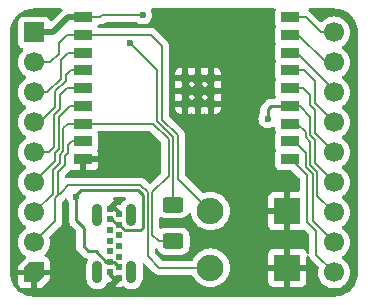
<source format=gbr>
%TF.GenerationSoftware,KiCad,Pcbnew,8.0.4*%
%TF.CreationDate,2024-07-30T16:46:49-04:00*%
%TF.ProjectId,esp32-c3-wroom-socket,65737033-322d-4633-932d-77726f6f6d2d,rev?*%
%TF.SameCoordinates,Original*%
%TF.FileFunction,Copper,L1,Top*%
%TF.FilePolarity,Positive*%
%FSLAX46Y46*%
G04 Gerber Fmt 4.6, Leading zero omitted, Abs format (unit mm)*
G04 Created by KiCad (PCBNEW 8.0.4) date 2024-07-30 16:46:49*
%MOMM*%
%LPD*%
G01*
G04 APERTURE LIST*
G04 Aperture macros list*
%AMRoundRect*
0 Rectangle with rounded corners*
0 $1 Rounding radius*
0 $2 $3 $4 $5 $6 $7 $8 $9 X,Y pos of 4 corners*
0 Add a 4 corners polygon primitive as box body*
4,1,4,$2,$3,$4,$5,$6,$7,$8,$9,$2,$3,0*
0 Add four circle primitives for the rounded corners*
1,1,$1+$1,$2,$3*
1,1,$1+$1,$4,$5*
1,1,$1+$1,$6,$7*
1,1,$1+$1,$8,$9*
0 Add four rect primitives between the rounded corners*
20,1,$1+$1,$2,$3,$4,$5,0*
20,1,$1+$1,$4,$5,$6,$7,0*
20,1,$1+$1,$6,$7,$8,$9,0*
20,1,$1+$1,$8,$9,$2,$3,0*%
%AMOutline5P*
0 Free polygon, 5 corners , with rotation*
0 The origin of the aperture is its center*
0 number of corners: always 5*
0 $1 to $10 corner X, Y*
0 $11 Rotation angle, in degrees counterclockwise*
0 create outline with 5 corners*
4,1,5,$1,$2,$3,$4,$5,$6,$7,$8,$9,$10,$1,$2,$11*%
%AMOutline6P*
0 Free polygon, 6 corners , with rotation*
0 The origin of the aperture is its center*
0 number of corners: always 6*
0 $1 to $12 corner X, Y*
0 $13 Rotation angle, in degrees counterclockwise*
0 create outline with 6 corners*
4,1,6,$1,$2,$3,$4,$5,$6,$7,$8,$9,$10,$11,$12,$1,$2,$13*%
%AMOutline7P*
0 Free polygon, 7 corners , with rotation*
0 The origin of the aperture is its center*
0 number of corners: always 7*
0 $1 to $14 corner X, Y*
0 $15 Rotation angle, in degrees counterclockwise*
0 create outline with 7 corners*
4,1,7,$1,$2,$3,$4,$5,$6,$7,$8,$9,$10,$11,$12,$13,$14,$1,$2,$15*%
%AMOutline8P*
0 Free polygon, 8 corners , with rotation*
0 The origin of the aperture is its center*
0 number of corners: always 8*
0 $1 to $16 corner X, Y*
0 $17 Rotation angle, in degrees counterclockwise*
0 create outline with 8 corners*
4,1,8,$1,$2,$3,$4,$5,$6,$7,$8,$9,$10,$11,$12,$13,$14,$15,$16,$1,$2,$17*%
G04 Aperture macros list end*
%TA.AperFunction,SMDPad,CuDef*%
%ADD10R,1.500000X0.900000*%
%TD*%
%TA.AperFunction,SMDPad,CuDef*%
%ADD11R,0.700000X0.700000*%
%TD*%
%TA.AperFunction,ComponentPad*%
%ADD12C,0.400000*%
%TD*%
%TA.AperFunction,SMDPad,CuDef*%
%ADD13R,2.250000X2.250000*%
%TD*%
%TA.AperFunction,SMDPad,CuDef*%
%ADD14O,2.250000X2.250000*%
%TD*%
%TA.AperFunction,SMDPad,CuDef*%
%ADD15RoundRect,0.250000X-0.625000X0.400000X-0.625000X-0.400000X0.625000X-0.400000X0.625000X0.400000X0*%
%TD*%
%TA.AperFunction,ComponentPad*%
%ADD16R,1.700000X1.700000*%
%TD*%
%TA.AperFunction,ComponentPad*%
%ADD17C,1.700000*%
%TD*%
%TA.AperFunction,ComponentPad*%
%ADD18Outline6P,-0.850000X0.340000X-0.340000X0.850000X0.850000X0.850000X0.850000X-0.340000X0.340000X-0.850000X-0.850000X-0.850000X0.000000*%
%TD*%
%TA.AperFunction,ComponentPad*%
%ADD19C,0.609600*%
%TD*%
%TA.AperFunction,ComponentPad*%
%ADD20O,0.914400X1.905000*%
%TD*%
%TA.AperFunction,ViaPad*%
%ADD21C,0.600000*%
%TD*%
%TA.AperFunction,Conductor*%
%ADD22C,0.250000*%
%TD*%
%TA.AperFunction,Conductor*%
%ADD23C,0.200000*%
%TD*%
%TA.AperFunction,Conductor*%
%ADD24C,0.500000*%
%TD*%
G04 APERTURE END LIST*
D10*
%TO.P,U1,1,3V3*%
%TO.N,3V3*%
X148190000Y-58200000D03*
%TO.P,U1,2,EN*%
%TO.N,EN*%
X148190000Y-59700000D03*
%TO.P,U1,3,IO4*%
%TO.N,GPIO4*%
X148190000Y-61200000D03*
%TO.P,U1,4,IO5*%
%TO.N,GPIO5*%
X148190000Y-62700000D03*
%TO.P,U1,5,IO6*%
%TO.N,GPIO6*%
X148190000Y-64200000D03*
%TO.P,U1,6,IO7*%
%TO.N,GPIO7*%
X148190000Y-65700000D03*
%TO.P,U1,7,IO8*%
%TO.N,GPIO8*%
X148190000Y-67200000D03*
%TO.P,U1,8,IO9*%
%TO.N,GPIO9*%
X148190000Y-68700000D03*
%TO.P,U1,9,GND*%
%TO.N,GND*%
X148190000Y-70200000D03*
%TO.P,U1,10,IO10*%
%TO.N,GPIO10*%
X165690000Y-70200000D03*
%TO.P,U1,11,RXD*%
%TO.N,UART-RX*%
X165690000Y-68700000D03*
%TO.P,U1,12,TXD*%
%TO.N,UART-TX*%
X165690000Y-67200000D03*
%TO.P,U1,13,IO18*%
%TO.N,USB_D-*%
X165690000Y-65700000D03*
%TO.P,U1,14,IO19*%
%TO.N,USB_D+*%
X165690000Y-64200000D03*
%TO.P,U1,15,IO3*%
%TO.N,GPIO3*%
X165690000Y-62700000D03*
%TO.P,U1,16,IO2*%
%TO.N,GPIO2*%
X165690000Y-61200000D03*
%TO.P,U1,17,IO1*%
%TO.N,GPIO1*%
X165690000Y-59700000D03*
%TO.P,U1,18,IO0*%
%TO.N,GPIO0*%
X165690000Y-58200000D03*
D11*
%TO.P,U1,19,GND__1*%
%TO.N,GND*%
X156800000Y-63300000D03*
%TO.P,U1,20,GND__2*%
X157900000Y-63300000D03*
%TO.P,U1,21,GND__3*%
X159000000Y-63300000D03*
%TO.P,U1,22,GND__4*%
X156800000Y-64400000D03*
%TO.P,U1,23,GND__5*%
X157900000Y-64400000D03*
%TO.P,U1,24,GND__6*%
X159000000Y-64400000D03*
%TO.P,U1,25,GND__7*%
X156800000Y-65500000D03*
%TO.P,U1,26,GND__8*%
X157900000Y-65500000D03*
%TO.P,U1,27,GND__9*%
X159000000Y-65500000D03*
D12*
%TO.P,U1,28,GND__10*%
X157350000Y-63300000D03*
%TO.P,U1,29,GND__11*%
X158450000Y-63300000D03*
%TO.P,U1,30,GND__12*%
X156800000Y-63850000D03*
%TO.P,U1,31,GND__13*%
X157900000Y-63850000D03*
%TO.P,U1,32,GND__14*%
X159000000Y-63850000D03*
%TO.P,U1,33,GND__15*%
X157350000Y-64400000D03*
%TO.P,U1,34,GND__16*%
X158450000Y-64400000D03*
%TO.P,U1,35,GND__17*%
X156800000Y-64950000D03*
%TO.P,U1,36,GND__18*%
X157900000Y-64950000D03*
%TO.P,U1,37,GND__19*%
X159000000Y-64950000D03*
%TO.P,U1,38,GND__20*%
X157350000Y-65500000D03*
%TO.P,U1,39,GND__21*%
X158450000Y-65500000D03*
%TD*%
D13*
%TO.P,SW1,1,1*%
%TO.N,GND*%
X165450000Y-79400000D03*
D14*
%TO.P,SW1,2,2*%
%TO.N,GPIO9*%
X158950000Y-79400000D03*
%TD*%
D15*
%TO.P,R7,1*%
%TO.N,3V3*%
X155800000Y-74050000D03*
%TO.P,R7,2*%
%TO.N,GPIO8*%
X155800000Y-77150000D03*
%TD*%
D16*
%TO.P,J2,1*%
%TO.N,3V3*%
X144010000Y-59480000D03*
D17*
%TO.P,J2,2*%
%TO.N,EN*%
X144010000Y-62020000D03*
%TO.P,J2,3*%
%TO.N,GPIO4*%
X144010000Y-64560000D03*
%TO.P,J2,4*%
%TO.N,GPIO5*%
X144010000Y-67100000D03*
%TO.P,J2,5*%
%TO.N,GPIO6*%
X144010000Y-69640000D03*
%TO.P,J2,6*%
%TO.N,GPIO7*%
X144010000Y-72180000D03*
%TO.P,J2,7*%
%TO.N,GPIO8*%
X144010000Y-74720000D03*
%TO.P,J2,8*%
%TO.N,GPIO9*%
X144010000Y-77260000D03*
D18*
%TO.P,J2,9*%
%TO.N,GND*%
X144010000Y-79800000D03*
D17*
%TO.P,J2,10*%
%TO.N,GPIO10*%
X169410000Y-79800000D03*
%TO.P,J2,11*%
%TO.N,UART-RX*%
X169410000Y-77260000D03*
%TO.P,J2,12*%
%TO.N,UART-TX*%
X169410000Y-74720000D03*
%TO.P,J2,13*%
%TO.N,USB_D-*%
X169410000Y-72180000D03*
%TO.P,J2,14*%
%TO.N,USB_D+*%
X169410000Y-69640000D03*
%TO.P,J2,15*%
%TO.N,GPIO3*%
X169410000Y-67100000D03*
%TO.P,J2,16*%
%TO.N,GPIO2*%
X169410000Y-64560000D03*
%TO.P,J2,17*%
%TO.N,GPIO1*%
X169410000Y-62020000D03*
%TO.P,J2,18*%
%TO.N,GPIO0*%
X169410000Y-59480000D03*
%TD*%
D13*
%TO.P,SW2,1,1*%
%TO.N,GND*%
X165450000Y-74600000D03*
D14*
%TO.P,SW2,2,2*%
%TO.N,EN*%
X158950000Y-74600000D03*
%TD*%
D19*
%TO.P,J3,A1,GND*%
%TO.N,GND*%
X150419999Y-79799999D03*
%TO.P,J3,A4,VBUS*%
%TO.N,VBUS*%
X150419999Y-78899998D03*
%TO.P,J3,A5,CC1*%
%TO.N,Net-(J3-CC1)*%
X150419999Y-78000000D03*
%TO.P,J3,A6,DP1*%
%TO.N,USB_D+*%
X150419999Y-77099999D03*
%TO.P,J3,A7,DN1*%
%TO.N,USB_D-*%
X150419999Y-76199999D03*
%TO.P,J3,A9,VBUS*%
%TO.N,VBUS*%
X150419999Y-75300000D03*
%TO.P,J3,A12,GND*%
%TO.N,GND*%
X150419999Y-74400000D03*
%TO.P,J3,B1,GND*%
X151200000Y-74850000D03*
%TO.P,J3,B4,VBUS*%
%TO.N,VBUS*%
X151200000Y-75750000D03*
%TO.P,J3,B5,CC2*%
%TO.N,Net-(J3-CC2)*%
X151200000Y-76650000D03*
%TO.P,J3,B6,DP2*%
%TO.N,USB_D+*%
X151200000Y-77550000D03*
%TO.P,J3,B7,DN2*%
%TO.N,USB_D-*%
X151200000Y-78450000D03*
%TO.P,J3,B9,VBUS*%
%TO.N,VBUS*%
X151200000Y-79350000D03*
%TO.P,J3,B12,GND*%
%TO.N,GND*%
X151200000Y-80250000D03*
D20*
%TO.P,J3,S_1*%
%TO.N,N/C*%
X149379999Y-79749999D03*
%TO.P,J3,S_2*%
X152239999Y-79749999D03*
%TO.P,J3,S_3*%
X149379999Y-74950000D03*
%TO.P,J3,S_4*%
X152239999Y-74950000D03*
%TD*%
D21*
%TO.N,GND*%
X151000000Y-68400000D03*
X153400000Y-68400000D03*
X152600000Y-68400000D03*
X151800000Y-68400000D03*
%TO.N,3V3*%
X152150000Y-60400000D03*
%TO.N,GND*%
X163000000Y-74600000D03*
X157800000Y-68600000D03*
X161400000Y-74600000D03*
X159400000Y-68600000D03*
X154000000Y-81200000D03*
X155200000Y-81200000D03*
X158600000Y-68600000D03*
X162200000Y-74600000D03*
X160200000Y-68600000D03*
%TO.N,VBUS*%
X147575000Y-73400000D03*
%TO.N,USB_D-*%
X163800000Y-66800000D03*
%TO.N,3V3*%
X153200000Y-58000000D03*
%TD*%
D22*
%TO.N,VBUS*%
X150131496Y-78899998D02*
X150429325Y-78899998D01*
X148200000Y-76000000D02*
X148200000Y-77600000D01*
X147575000Y-75375000D02*
X148200000Y-76000000D01*
X151677500Y-76227500D02*
X151200000Y-75750000D01*
X152972500Y-76227500D02*
X151677500Y-76227500D01*
X153200000Y-76000000D02*
X152972500Y-76227500D01*
X153200000Y-73200000D02*
X153200000Y-76000000D01*
X152800000Y-72800000D02*
X153200000Y-73200000D01*
X147575000Y-73225000D02*
X148000000Y-72800000D01*
X147575000Y-73400000D02*
X147575000Y-73225000D01*
X147575000Y-73400000D02*
X147575000Y-75375000D01*
X148000000Y-72800000D02*
X152800000Y-72800000D01*
X148200000Y-77600000D02*
X148600000Y-78000000D01*
X148600000Y-78000000D02*
X149231498Y-78000000D01*
X149231498Y-78000000D02*
X150131496Y-78899998D01*
D23*
%TO.N,GPIO8*%
X155400000Y-68531372D02*
X155400000Y-71625000D01*
X155400000Y-71625000D02*
X154025000Y-73000000D01*
X148190000Y-67200000D02*
X154068628Y-67200000D01*
X154068628Y-67200000D02*
X155400000Y-68531372D01*
%TO.N,3V3*%
X155800000Y-74050000D02*
X155800000Y-72950000D01*
X154450000Y-67015686D02*
X154450000Y-62700000D01*
X155800000Y-68365686D02*
X154450000Y-67015686D01*
X154450000Y-62700000D02*
X152150000Y-60400000D01*
X155800000Y-72950000D02*
X155800000Y-68365686D01*
%TO.N,EN*%
X156200000Y-71850000D02*
X158950000Y-74600000D01*
X156200000Y-68200000D02*
X156200000Y-71850000D01*
X154850000Y-60650000D02*
X154850000Y-66850000D01*
X153900000Y-59700000D02*
X154850000Y-60650000D01*
X154850000Y-66850000D02*
X156200000Y-68200000D01*
X148190000Y-59700000D02*
X153900000Y-59700000D01*
%TO.N,GPIO3*%
X166900000Y-62700000D02*
X167800000Y-63600000D01*
X167800000Y-65490000D02*
X169410000Y-67100000D01*
X167800000Y-63600000D02*
X167800000Y-65490000D01*
X165690000Y-62700000D02*
X166900000Y-62700000D01*
%TO.N,GPIO2*%
X165690000Y-61200000D02*
X166300000Y-61200000D01*
X166300000Y-61200000D02*
X169410000Y-64310000D01*
X169410000Y-64310000D02*
X169410000Y-64560000D01*
%TO.N,GPIO1*%
X165690000Y-59700000D02*
X166400000Y-59700000D01*
X166400000Y-59700000D02*
X168720000Y-62020000D01*
X168720000Y-62020000D02*
X169410000Y-62020000D01*
%TO.N,GPIO0*%
X168280000Y-59480000D02*
X167000000Y-58200000D01*
X167000000Y-58200000D02*
X165690000Y-58200000D01*
X169410000Y-59480000D02*
X168280000Y-59480000D01*
%TO.N,GPIO4*%
X148190000Y-61200000D02*
X146900000Y-61200000D01*
X146900000Y-61200000D02*
X146300000Y-61800000D01*
X146300000Y-63400000D02*
X145140000Y-64560000D01*
X146300000Y-61800000D02*
X146300000Y-63400000D01*
X145140000Y-64560000D02*
X144010000Y-64560000D01*
D22*
%TO.N,VBUS*%
X150582551Y-75300000D02*
X151032551Y-75750000D01*
X150749998Y-78899998D02*
X150419999Y-78899998D01*
X151032551Y-75750000D02*
X151200000Y-75750000D01*
X150749998Y-78899998D02*
X151200000Y-79350000D01*
X150419999Y-78899998D02*
X150600000Y-78899998D01*
D23*
%TO.N,GPIO7*%
X148190000Y-65700000D02*
X147015686Y-65700000D01*
X146100000Y-66615686D02*
X146100000Y-69358628D01*
X146100000Y-69358628D02*
X145800000Y-69658628D01*
X145800000Y-69658628D02*
X145800000Y-70390000D01*
X147015686Y-65700000D02*
X146100000Y-66615686D01*
X145800000Y-70390000D02*
X144010000Y-72180000D01*
%TO.N,USB_D+*%
X167400000Y-65655686D02*
X167800000Y-66055686D01*
X167800000Y-66055686D02*
X167800000Y-68030000D01*
X166800000Y-64200000D02*
X167400000Y-64800000D01*
X167400000Y-64800000D02*
X167400000Y-65655686D01*
X167800000Y-68030000D02*
X169410000Y-69640000D01*
X165690000Y-64200000D02*
X166800000Y-64200000D01*
%TO.N,UART-RX*%
X167000000Y-69710000D02*
X167000000Y-70901372D01*
X167600000Y-71501372D02*
X167600000Y-75450000D01*
X165990000Y-68700000D02*
X167000000Y-69710000D01*
X165690000Y-68700000D02*
X165990000Y-68700000D01*
X167000000Y-70901372D02*
X167600000Y-71501372D01*
X167600000Y-75450000D02*
X169410000Y-77260000D01*
D22*
%TO.N,USB_D-*%
X164100000Y-65700000D02*
X165690000Y-65700000D01*
D23*
X166500000Y-65700000D02*
X167400000Y-66600000D01*
D22*
X163800000Y-66800000D02*
X163800000Y-66000000D01*
D23*
X167400000Y-68195686D02*
X167800000Y-68595686D01*
X167800000Y-70570000D02*
X169410000Y-72180000D01*
X167800000Y-68595686D02*
X167800000Y-70570000D01*
X167400000Y-66600000D02*
X167400000Y-68195686D01*
D22*
X163800000Y-66000000D02*
X164100000Y-65700000D01*
D23*
X165690000Y-65700000D02*
X166500000Y-65700000D01*
%TO.N,GPIO5*%
X148190000Y-62700000D02*
X147100000Y-62700000D01*
X145800000Y-65784314D02*
X144484314Y-67100000D01*
X146700000Y-63100000D02*
X146700000Y-63565686D01*
X146700000Y-63565686D02*
X145800000Y-64465686D01*
X145800000Y-64465686D02*
X145800000Y-65784314D01*
X144484314Y-67100000D02*
X144010000Y-67100000D01*
X147100000Y-62700000D02*
X146700000Y-63100000D01*
%TO.N,GPIO8*%
X154025000Y-76600000D02*
X154025000Y-73000000D01*
X146200000Y-69824313D02*
X146200000Y-70555686D01*
X145600000Y-71155686D02*
X145600000Y-73130000D01*
X145600000Y-73130000D02*
X144010000Y-74720000D01*
X146499999Y-69524314D02*
X146200000Y-69824313D01*
X146200000Y-70555686D02*
X145600000Y-71155686D01*
X146500000Y-67600000D02*
X146499999Y-69524314D01*
X148190000Y-67200000D02*
X146900000Y-67200000D01*
X146900000Y-67200000D02*
X146500000Y-67600000D01*
X155800000Y-77150000D02*
X154575000Y-77150000D01*
X154575000Y-77150000D02*
X154025000Y-76600000D01*
%TO.N,UART-TX*%
X167400000Y-68761372D02*
X167400000Y-70735686D01*
X167400000Y-70735686D02*
X168000000Y-71335686D01*
X165690000Y-67200000D02*
X166300000Y-67200000D01*
X167000000Y-68361372D02*
X167400000Y-68761372D01*
X168000000Y-71335686D02*
X168000000Y-73310000D01*
X167000000Y-67900000D02*
X167000000Y-68361372D01*
X166300000Y-67200000D02*
X167000000Y-67900000D01*
X168000000Y-73310000D02*
X169410000Y-74720000D01*
%TO.N,GPIO10*%
X167900000Y-76315686D02*
X167900000Y-78290000D01*
X165732942Y-70200000D02*
X167100000Y-71567058D01*
X167900000Y-78290000D02*
X169410000Y-79800000D01*
X165690000Y-70200000D02*
X165732942Y-70200000D01*
X167100000Y-71567058D02*
X167100000Y-75515686D01*
X167100000Y-75515686D02*
X167900000Y-76315686D01*
%TO.N,EN*%
X146800000Y-59700000D02*
X146100000Y-60400000D01*
X145380000Y-62020000D02*
X144010000Y-62020000D01*
X146100000Y-60400000D02*
X146100000Y-61300000D01*
X148190000Y-59700000D02*
X146800000Y-59700000D01*
X146100000Y-61300000D02*
X145380000Y-62020000D01*
%TO.N,GPIO9*%
X146000000Y-73200000D02*
X146047843Y-73247843D01*
X146900000Y-69000000D02*
X146900000Y-69690000D01*
X145800000Y-75470000D02*
X144010000Y-77260000D01*
X153625000Y-78425000D02*
X153625000Y-73023959D01*
X148190000Y-68700000D02*
X147200000Y-68700000D01*
X158950000Y-79400000D02*
X154600000Y-79400000D01*
X153625000Y-73023959D02*
X152976041Y-72375000D01*
X146665685Y-69924314D02*
X146600000Y-69989999D01*
X152976041Y-72375000D02*
X146920686Y-72375000D01*
X146920686Y-72375000D02*
X146347843Y-72947843D01*
X145800000Y-73495686D02*
X145800000Y-75470000D01*
X146900000Y-69690000D02*
X146665685Y-69924314D01*
X147200000Y-68700000D02*
X146900000Y-69000000D01*
X146600000Y-70721372D02*
X146000000Y-71321372D01*
X154600000Y-79400000D02*
X153625000Y-78425000D01*
X146347843Y-72947843D02*
X145800000Y-73495686D01*
X146600000Y-69989999D02*
X146600000Y-70721372D01*
X146000000Y-71321372D02*
X146000000Y-73200000D01*
D24*
%TO.N,3V3*%
X146900000Y-58200000D02*
X145620000Y-59480000D01*
D23*
X153200000Y-58000000D02*
X149800000Y-58000000D01*
X149600000Y-58200000D02*
X148190000Y-58200000D01*
X149800000Y-58000000D02*
X149600000Y-58200000D01*
D24*
X145620000Y-59480000D02*
X144010000Y-59480000D01*
X148190000Y-58200000D02*
X146900000Y-58200000D01*
D23*
%TO.N,GPIO6*%
X146200000Y-64800000D02*
X146200000Y-65950000D01*
X145700000Y-69192942D02*
X145252942Y-69640000D01*
X148190000Y-64200000D02*
X146800000Y-64200000D01*
X145700000Y-66450000D02*
X145700000Y-69192942D01*
X145252942Y-69640000D02*
X144010000Y-69640000D01*
X146200000Y-65950000D02*
X145700000Y-66450000D01*
X146800000Y-64200000D02*
X146200000Y-64800000D01*
%TD*%
%TA.AperFunction,Conductor*%
%TO.N,GND*%
G36*
X146365809Y-57460185D02*
G01*
X146411564Y-57512989D01*
X146421508Y-57582147D01*
X146392483Y-57645703D01*
X146386451Y-57652181D01*
X145534541Y-58504090D01*
X145473218Y-58537575D01*
X145403526Y-58532591D01*
X145347593Y-58490719D01*
X145330678Y-58459742D01*
X145303797Y-58387671D01*
X145303793Y-58387664D01*
X145217547Y-58272455D01*
X145217544Y-58272452D01*
X145102335Y-58186206D01*
X145102328Y-58186202D01*
X144967482Y-58135908D01*
X144967483Y-58135908D01*
X144907883Y-58129501D01*
X144907881Y-58129500D01*
X144907873Y-58129500D01*
X144907864Y-58129500D01*
X143112129Y-58129500D01*
X143112123Y-58129501D01*
X143052516Y-58135908D01*
X142917671Y-58186202D01*
X142917664Y-58186206D01*
X142802455Y-58272452D01*
X142802452Y-58272455D01*
X142716206Y-58387664D01*
X142716202Y-58387671D01*
X142665908Y-58522517D01*
X142659501Y-58582116D01*
X142659500Y-58582135D01*
X142659500Y-60377870D01*
X142659501Y-60377876D01*
X142665908Y-60437483D01*
X142716202Y-60572328D01*
X142716206Y-60572335D01*
X142802452Y-60687544D01*
X142802455Y-60687547D01*
X142917664Y-60773793D01*
X142917671Y-60773797D01*
X143049081Y-60822810D01*
X143105015Y-60864681D01*
X143129432Y-60930145D01*
X143114580Y-60998418D01*
X143093430Y-61026673D01*
X142971503Y-61148600D01*
X142835965Y-61342169D01*
X142835964Y-61342171D01*
X142736098Y-61556335D01*
X142736094Y-61556344D01*
X142674938Y-61784586D01*
X142674936Y-61784596D01*
X142654341Y-62019999D01*
X142654341Y-62020000D01*
X142674936Y-62255403D01*
X142674938Y-62255413D01*
X142736094Y-62483655D01*
X142736096Y-62483659D01*
X142736097Y-62483663D01*
X142833291Y-62692096D01*
X142835965Y-62697830D01*
X142835967Y-62697834D01*
X142971501Y-62891395D01*
X142971506Y-62891402D01*
X143138597Y-63058493D01*
X143138603Y-63058498D01*
X143324158Y-63188425D01*
X143367783Y-63243002D01*
X143374977Y-63312500D01*
X143343454Y-63374855D01*
X143324158Y-63391575D01*
X143138597Y-63521505D01*
X142971505Y-63688597D01*
X142835965Y-63882169D01*
X142835964Y-63882171D01*
X142736098Y-64096335D01*
X142736094Y-64096344D01*
X142674938Y-64324586D01*
X142674936Y-64324596D01*
X142654341Y-64559999D01*
X142654341Y-64560000D01*
X142674936Y-64795403D01*
X142674938Y-64795413D01*
X142736094Y-65023655D01*
X142736096Y-65023659D01*
X142736097Y-65023663D01*
X142806744Y-65175166D01*
X142835965Y-65237830D01*
X142835967Y-65237834D01*
X142971501Y-65431395D01*
X142971506Y-65431402D01*
X143138597Y-65598493D01*
X143138603Y-65598498D01*
X143324158Y-65728425D01*
X143367783Y-65783002D01*
X143374977Y-65852500D01*
X143343454Y-65914855D01*
X143324158Y-65931575D01*
X143138597Y-66061505D01*
X142971505Y-66228597D01*
X142835965Y-66422169D01*
X142835964Y-66422171D01*
X142736098Y-66636335D01*
X142736094Y-66636344D01*
X142674938Y-66864586D01*
X142674936Y-66864596D01*
X142654341Y-67099999D01*
X142654341Y-67100000D01*
X142674936Y-67335403D01*
X142674938Y-67335413D01*
X142736094Y-67563655D01*
X142736096Y-67563659D01*
X142736097Y-67563663D01*
X142798680Y-67697872D01*
X142835965Y-67777830D01*
X142835967Y-67777834D01*
X142971501Y-67971395D01*
X142971506Y-67971402D01*
X143138597Y-68138493D01*
X143138603Y-68138498D01*
X143324158Y-68268425D01*
X143367783Y-68323002D01*
X143374977Y-68392500D01*
X143343454Y-68454855D01*
X143324158Y-68471575D01*
X143138597Y-68601505D01*
X142971505Y-68768597D01*
X142835965Y-68962169D01*
X142835964Y-68962171D01*
X142736098Y-69176335D01*
X142736094Y-69176344D01*
X142674938Y-69404586D01*
X142674936Y-69404596D01*
X142654341Y-69639999D01*
X142654341Y-69640000D01*
X142674936Y-69875403D01*
X142674938Y-69875413D01*
X142736094Y-70103655D01*
X142736096Y-70103659D01*
X142736097Y-70103663D01*
X142767273Y-70170520D01*
X142835965Y-70317830D01*
X142835967Y-70317834D01*
X142971501Y-70511395D01*
X142971506Y-70511402D01*
X143138597Y-70678493D01*
X143138603Y-70678498D01*
X143324158Y-70808425D01*
X143367783Y-70863002D01*
X143374977Y-70932500D01*
X143343454Y-70994855D01*
X143324158Y-71011575D01*
X143138597Y-71141505D01*
X142971505Y-71308597D01*
X142835965Y-71502169D01*
X142835964Y-71502171D01*
X142736098Y-71716335D01*
X142736094Y-71716344D01*
X142674938Y-71944586D01*
X142674936Y-71944596D01*
X142654341Y-72179999D01*
X142654341Y-72180000D01*
X142674936Y-72415403D01*
X142674938Y-72415413D01*
X142736094Y-72643655D01*
X142736096Y-72643659D01*
X142736097Y-72643663D01*
X142832780Y-72851000D01*
X142835965Y-72857830D01*
X142835967Y-72857834D01*
X142892611Y-72938729D01*
X142970018Y-73049278D01*
X142971501Y-73051395D01*
X142971506Y-73051402D01*
X143138597Y-73218493D01*
X143138603Y-73218498D01*
X143324158Y-73348425D01*
X143367783Y-73403002D01*
X143374977Y-73472500D01*
X143343454Y-73534855D01*
X143324158Y-73551575D01*
X143138597Y-73681505D01*
X142971505Y-73848597D01*
X142835965Y-74042169D01*
X142835964Y-74042171D01*
X142736098Y-74256335D01*
X142736094Y-74256344D01*
X142674938Y-74484586D01*
X142674936Y-74484596D01*
X142654341Y-74719999D01*
X142654341Y-74720000D01*
X142674936Y-74955403D01*
X142674938Y-74955413D01*
X142736094Y-75183655D01*
X142736096Y-75183659D01*
X142736097Y-75183663D01*
X142750720Y-75215021D01*
X142835965Y-75397830D01*
X142835967Y-75397834D01*
X142875095Y-75453714D01*
X142956289Y-75569671D01*
X142971501Y-75591395D01*
X142971506Y-75591402D01*
X143138597Y-75758493D01*
X143138603Y-75758498D01*
X143324158Y-75888425D01*
X143367783Y-75943002D01*
X143374977Y-76012500D01*
X143343454Y-76074855D01*
X143324158Y-76091575D01*
X143138597Y-76221505D01*
X142971505Y-76388597D01*
X142835965Y-76582169D01*
X142835964Y-76582171D01*
X142736098Y-76796335D01*
X142736094Y-76796344D01*
X142674938Y-77024586D01*
X142674936Y-77024596D01*
X142654341Y-77259999D01*
X142654341Y-77260000D01*
X142674936Y-77495403D01*
X142674938Y-77495413D01*
X142736094Y-77723655D01*
X142736096Y-77723659D01*
X142736097Y-77723663D01*
X142826629Y-77917809D01*
X142835965Y-77937830D01*
X142835967Y-77937834D01*
X142902538Y-78032906D01*
X142971505Y-78131401D01*
X143138599Y-78298495D01*
X143292199Y-78406047D01*
X143297395Y-78409685D01*
X143341019Y-78464262D01*
X143348212Y-78533761D01*
X143316690Y-78596115D01*
X143313952Y-78598941D01*
X142777504Y-79135389D01*
X142777492Y-79135403D01*
X142725570Y-79202241D01*
X142725570Y-79202242D01*
X142670549Y-79335075D01*
X142660000Y-79419058D01*
X142660000Y-79550000D01*
X143576988Y-79550000D01*
X143544075Y-79607007D01*
X143510000Y-79734174D01*
X143510000Y-79865826D01*
X143544075Y-79992993D01*
X143576988Y-80050000D01*
X142660000Y-80050000D01*
X142660000Y-80697844D01*
X142666401Y-80757372D01*
X142666403Y-80757379D01*
X142716645Y-80892086D01*
X142716649Y-80892093D01*
X142802809Y-81007187D01*
X142802812Y-81007190D01*
X142917906Y-81093350D01*
X142917913Y-81093354D01*
X143052620Y-81143596D01*
X143052627Y-81143598D01*
X143112155Y-81149999D01*
X143112172Y-81150000D01*
X143760000Y-81150000D01*
X143760000Y-80233012D01*
X143817007Y-80265925D01*
X143944174Y-80300000D01*
X144075826Y-80300000D01*
X144202993Y-80265925D01*
X144260000Y-80233012D01*
X144260000Y-81150000D01*
X144390942Y-81150000D01*
X144390943Y-81149999D01*
X144474925Y-81139450D01*
X144607758Y-81084429D01*
X144674596Y-81032507D01*
X144674609Y-81032496D01*
X145242496Y-80464609D01*
X145242507Y-80464596D01*
X145294429Y-80397758D01*
X145294429Y-80397757D01*
X145349450Y-80264924D01*
X145359999Y-80180941D01*
X145360000Y-80180935D01*
X145360000Y-80050000D01*
X144443012Y-80050000D01*
X144475925Y-79992993D01*
X144510000Y-79865826D01*
X144510000Y-79734174D01*
X144475925Y-79607007D01*
X144443012Y-79550000D01*
X145360000Y-79550000D01*
X145360000Y-78902172D01*
X145359999Y-78902155D01*
X145353598Y-78842627D01*
X145353596Y-78842620D01*
X145303354Y-78707913D01*
X145303350Y-78707906D01*
X145217190Y-78592812D01*
X145217187Y-78592809D01*
X145102093Y-78506649D01*
X145102088Y-78506646D01*
X144970528Y-78457577D01*
X144914595Y-78415705D01*
X144890178Y-78350241D01*
X144905030Y-78281968D01*
X144926175Y-78253720D01*
X145048495Y-78131401D01*
X145184035Y-77937830D01*
X145283903Y-77723663D01*
X145345063Y-77495408D01*
X145365659Y-77260000D01*
X145345063Y-77024592D01*
X145310671Y-76896239D01*
X145312334Y-76826393D01*
X145342763Y-76776470D01*
X146158506Y-75960728D01*
X146158511Y-75960724D01*
X146168714Y-75950520D01*
X146168716Y-75950520D01*
X146280520Y-75838716D01*
X146346375Y-75724651D01*
X146359577Y-75701785D01*
X146400500Y-75549058D01*
X146400500Y-75390943D01*
X146400500Y-73795782D01*
X146420185Y-73728743D01*
X146436810Y-73708110D01*
X146592036Y-73552884D01*
X146653355Y-73519402D01*
X146723046Y-73524386D01*
X146778980Y-73566257D01*
X146796754Y-73599613D01*
X146849209Y-73749520D01*
X146930493Y-73878881D01*
X146949500Y-73944854D01*
X146949500Y-75436607D01*
X146952902Y-75453709D01*
X146952902Y-75453713D01*
X146973535Y-75557444D01*
X146973538Y-75557456D01*
X146978597Y-75569670D01*
X146978598Y-75569671D01*
X147020685Y-75671281D01*
X147020688Y-75671287D01*
X147035303Y-75693159D01*
X147050020Y-75715183D01*
X147050021Y-75715186D01*
X147050022Y-75715186D01*
X147089140Y-75773731D01*
X147089141Y-75773732D01*
X147089142Y-75773733D01*
X147176267Y-75860858D01*
X147176268Y-75860858D01*
X147183335Y-75867925D01*
X147183334Y-75867925D01*
X147183338Y-75867928D01*
X147538181Y-76222771D01*
X147571666Y-76284094D01*
X147574500Y-76310452D01*
X147574500Y-77538393D01*
X147574500Y-77661607D01*
X147574500Y-77661609D01*
X147574499Y-77661609D01*
X147584041Y-77709574D01*
X147584041Y-77709576D01*
X147598535Y-77782443D01*
X147598539Y-77782459D01*
X147603625Y-77794738D01*
X147603626Y-77794738D01*
X147645688Y-77896286D01*
X147650436Y-77903391D01*
X147650439Y-77903401D01*
X147650442Y-77903400D01*
X147714140Y-77998731D01*
X147714141Y-77998732D01*
X147714142Y-77998733D01*
X147801267Y-78085858D01*
X147801268Y-78085858D01*
X147808335Y-78092925D01*
X147808334Y-78092925D01*
X147808337Y-78092927D01*
X148114141Y-78398732D01*
X148114142Y-78398733D01*
X148160554Y-78445145D01*
X148201269Y-78485860D01*
X148201271Y-78485861D01*
X148292173Y-78546600D01*
X148292174Y-78546600D01*
X148303714Y-78554311D01*
X148417548Y-78601463D01*
X148453656Y-78608645D01*
X148515566Y-78641028D01*
X148550141Y-78701743D01*
X148546403Y-78771513D01*
X148532575Y-78799140D01*
X148531305Y-78801040D01*
X148531292Y-78801064D01*
X148459104Y-78975343D01*
X148459101Y-78975355D01*
X148422299Y-79160369D01*
X148422299Y-80339628D01*
X148459101Y-80524642D01*
X148459104Y-80524654D01*
X148531292Y-80698933D01*
X148531299Y-80698946D01*
X148636104Y-80855796D01*
X148636107Y-80855800D01*
X148769497Y-80989190D01*
X148769501Y-80989193D01*
X148926351Y-81093998D01*
X148926364Y-81094005D01*
X149100643Y-81166193D01*
X149100648Y-81166195D01*
X149285669Y-81202998D01*
X149285672Y-81202999D01*
X149285674Y-81202999D01*
X149474326Y-81202999D01*
X149474327Y-81202998D01*
X149659350Y-81166195D01*
X149833640Y-81094002D01*
X149990497Y-80989193D01*
X150123893Y-80855797D01*
X150228702Y-80698940D01*
X150236760Y-80679485D01*
X150280599Y-80625083D01*
X150346892Y-80603016D01*
X150365206Y-80603717D01*
X150426506Y-80610624D01*
X150427336Y-80610671D01*
X150479857Y-80616588D01*
X150681446Y-80415000D01*
X150681446Y-80414999D01*
X150374018Y-80107571D01*
X150340533Y-80046248D01*
X150337699Y-80019890D01*
X150337699Y-79985851D01*
X150379580Y-80003199D01*
X150460418Y-80003199D01*
X150535103Y-79972264D01*
X150592264Y-79915103D01*
X150602214Y-79891081D01*
X150694725Y-79983592D01*
X150694731Y-79983597D01*
X150848374Y-80080138D01*
X150848377Y-80080140D01*
X150848381Y-80080141D01*
X150848382Y-80080142D01*
X150925158Y-80107007D01*
X151019670Y-80140078D01*
X151019675Y-80140079D01*
X151025324Y-80140715D01*
X150996800Y-80209581D01*
X150996800Y-80290419D01*
X151027735Y-80365104D01*
X151084896Y-80422265D01*
X151159581Y-80453200D01*
X151240419Y-80453200D01*
X151299259Y-80428828D01*
X151293275Y-80495705D01*
X151265566Y-80537985D01*
X150833410Y-80970141D01*
X150848597Y-80979685D01*
X150848601Y-80979687D01*
X151019784Y-81039587D01*
X151199997Y-81059892D01*
X151200003Y-81059892D01*
X151380214Y-81039587D01*
X151534919Y-80985453D01*
X151604698Y-80981891D01*
X151644764Y-80999391D01*
X151786358Y-81094002D01*
X151786360Y-81094003D01*
X151786364Y-81094005D01*
X151960643Y-81166193D01*
X151960648Y-81166195D01*
X152145669Y-81202998D01*
X152145672Y-81202999D01*
X152145674Y-81202999D01*
X152334326Y-81202999D01*
X152334327Y-81202998D01*
X152519350Y-81166195D01*
X152693640Y-81094002D01*
X152850497Y-80989193D01*
X152983893Y-80855797D01*
X153088702Y-80698940D01*
X153160895Y-80524650D01*
X153197699Y-80339624D01*
X153197699Y-79160374D01*
X153197424Y-79157584D01*
X153197699Y-79156133D01*
X153197699Y-79154282D01*
X153198050Y-79154282D01*
X153210439Y-79088937D01*
X153258501Y-79038224D01*
X153326351Y-79021546D01*
X153392447Y-79044198D01*
X153408507Y-79057742D01*
X154115139Y-79764374D01*
X154115149Y-79764385D01*
X154119479Y-79768715D01*
X154119480Y-79768716D01*
X154231284Y-79880520D01*
X154291185Y-79915103D01*
X154318095Y-79930639D01*
X154318097Y-79930641D01*
X154367815Y-79959346D01*
X154368215Y-79959577D01*
X154520942Y-80000500D01*
X154520943Y-80000500D01*
X157356454Y-80000500D01*
X157423493Y-80020185D01*
X157469248Y-80072989D01*
X157471003Y-80077020D01*
X157471300Y-80077735D01*
X157497191Y-80140244D01*
X157630875Y-80358396D01*
X157630878Y-80358401D01*
X157688710Y-80426113D01*
X157797044Y-80552956D01*
X157890037Y-80632379D01*
X157991598Y-80719121D01*
X157991603Y-80719124D01*
X158209757Y-80852809D01*
X158209760Y-80852811D01*
X158446135Y-80950720D01*
X158446140Y-80950722D01*
X158694930Y-81010452D01*
X158950000Y-81030526D01*
X159205070Y-81010452D01*
X159453860Y-80950722D01*
X159619311Y-80882190D01*
X159690239Y-80852811D01*
X159690240Y-80852810D01*
X159690243Y-80852809D01*
X159908399Y-80719123D01*
X160079670Y-80572844D01*
X163825000Y-80572844D01*
X163831401Y-80632372D01*
X163831403Y-80632379D01*
X163881645Y-80767086D01*
X163881649Y-80767093D01*
X163967809Y-80882187D01*
X163967812Y-80882190D01*
X164082906Y-80968350D01*
X164082913Y-80968354D01*
X164217620Y-81018596D01*
X164217627Y-81018598D01*
X164277155Y-81024999D01*
X164277172Y-81025000D01*
X165200000Y-81025000D01*
X165700000Y-81025000D01*
X166622828Y-81025000D01*
X166622844Y-81024999D01*
X166682372Y-81018598D01*
X166682379Y-81018596D01*
X166817086Y-80968354D01*
X166817093Y-80968350D01*
X166932187Y-80882190D01*
X166932190Y-80882187D01*
X167018350Y-80767093D01*
X167018354Y-80767086D01*
X167068596Y-80632379D01*
X167068598Y-80632372D01*
X167074999Y-80572844D01*
X167075000Y-80572827D01*
X167075000Y-79650000D01*
X165700000Y-79650000D01*
X165700000Y-81025000D01*
X165200000Y-81025000D01*
X165200000Y-79650000D01*
X163825000Y-79650000D01*
X163825000Y-80572844D01*
X160079670Y-80572844D01*
X160102956Y-80552956D01*
X160269123Y-80358399D01*
X160402809Y-80140243D01*
X160402878Y-80140078D01*
X160467694Y-79983597D01*
X160500722Y-79903860D01*
X160560452Y-79655070D01*
X160580526Y-79400000D01*
X160560452Y-79144930D01*
X160500722Y-78896140D01*
X160478556Y-78842627D01*
X160402811Y-78659760D01*
X160402809Y-78659757D01*
X160363809Y-78596115D01*
X160269123Y-78441601D01*
X160269122Y-78441600D01*
X160269121Y-78441598D01*
X160191094Y-78350241D01*
X160102956Y-78247044D01*
X160079669Y-78227155D01*
X163825000Y-78227155D01*
X163825000Y-79150000D01*
X165200000Y-79150000D01*
X165200000Y-77775000D01*
X164277155Y-77775000D01*
X164217627Y-77781401D01*
X164217620Y-77781403D01*
X164082913Y-77831645D01*
X164082906Y-77831649D01*
X163967812Y-77917809D01*
X163967809Y-77917812D01*
X163881649Y-78032906D01*
X163881645Y-78032913D01*
X163831403Y-78167620D01*
X163831401Y-78167627D01*
X163825000Y-78227155D01*
X160079669Y-78227155D01*
X159980796Y-78142710D01*
X159908401Y-78080878D01*
X159908396Y-78080875D01*
X159690242Y-77947190D01*
X159690239Y-77947188D01*
X159453864Y-77849279D01*
X159453860Y-77849278D01*
X159205070Y-77789548D01*
X159205067Y-77789547D01*
X159205064Y-77789547D01*
X158950000Y-77769474D01*
X158694935Y-77789547D01*
X158694931Y-77789547D01*
X158694930Y-77789548D01*
X158570535Y-77819413D01*
X158446135Y-77849279D01*
X158209760Y-77947188D01*
X158209757Y-77947190D01*
X157991603Y-78080875D01*
X157991598Y-78080878D01*
X157797044Y-78247044D01*
X157630878Y-78441598D01*
X157630875Y-78441603D01*
X157497191Y-78659755D01*
X157482118Y-78696144D01*
X157471014Y-78722952D01*
X157427175Y-78777355D01*
X157360881Y-78799421D01*
X157356454Y-78799500D01*
X154900097Y-78799500D01*
X154833058Y-78779815D01*
X154812416Y-78763181D01*
X154261819Y-78212584D01*
X154228334Y-78151261D01*
X154225500Y-78124903D01*
X154225500Y-77839635D01*
X154245185Y-77772596D01*
X154297989Y-77726841D01*
X154367147Y-77716897D01*
X154381609Y-77719864D01*
X154381844Y-77719927D01*
X154441500Y-77756300D01*
X154467440Y-77800691D01*
X154490185Y-77869331D01*
X154490186Y-77869333D01*
X154490187Y-77869336D01*
X154520085Y-77917809D01*
X154582288Y-78018656D01*
X154706344Y-78142712D01*
X154855666Y-78234814D01*
X155022203Y-78289999D01*
X155124991Y-78300500D01*
X156475008Y-78300499D01*
X156577797Y-78289999D01*
X156744334Y-78234814D01*
X156893656Y-78142712D01*
X157017712Y-78018656D01*
X157109814Y-77869334D01*
X157164999Y-77702797D01*
X157175500Y-77600009D01*
X157175499Y-76699992D01*
X157164999Y-76597203D01*
X157109814Y-76430666D01*
X157017712Y-76281344D01*
X156893656Y-76157288D01*
X156744334Y-76065186D01*
X156577797Y-76010001D01*
X156577795Y-76010000D01*
X156475010Y-75999500D01*
X155124998Y-75999500D01*
X155124981Y-75999501D01*
X155022203Y-76010000D01*
X155022200Y-76010001D01*
X154855668Y-76065185D01*
X154855666Y-76065185D01*
X154855666Y-76065186D01*
X154855662Y-76065187D01*
X154855661Y-76065189D01*
X154814595Y-76090518D01*
X154747202Y-76108957D01*
X154680539Y-76088033D01*
X154635771Y-76034391D01*
X154625500Y-75984978D01*
X154625500Y-75215021D01*
X154645185Y-75147982D01*
X154697989Y-75102227D01*
X154767147Y-75092283D01*
X154814594Y-75109481D01*
X154855666Y-75134814D01*
X155022203Y-75189999D01*
X155124991Y-75200500D01*
X156475008Y-75200499D01*
X156577797Y-75189999D01*
X156744334Y-75134814D01*
X156893656Y-75042712D01*
X157017712Y-74918656D01*
X157108207Y-74771938D01*
X157160152Y-74725216D01*
X157229115Y-74713993D01*
X157293197Y-74741836D01*
X157332054Y-74799905D01*
X157337362Y-74827305D01*
X157339547Y-74855065D01*
X157339547Y-74855068D01*
X157339548Y-74855070D01*
X157396499Y-75092283D01*
X157399279Y-75103864D01*
X157497188Y-75340239D01*
X157497190Y-75340242D01*
X157630875Y-75558396D01*
X157630878Y-75558401D01*
X157706200Y-75646591D01*
X157797044Y-75752956D01*
X157921579Y-75859319D01*
X157991598Y-75919121D01*
X157991600Y-75919122D01*
X157991601Y-75919123D01*
X158042838Y-75950521D01*
X158209757Y-76052809D01*
X158209760Y-76052811D01*
X158446135Y-76150720D01*
X158446140Y-76150722D01*
X158694930Y-76210452D01*
X158950000Y-76230526D01*
X159205070Y-76210452D01*
X159453860Y-76150722D01*
X159596654Y-76091575D01*
X159690239Y-76052811D01*
X159690240Y-76052810D01*
X159690243Y-76052809D01*
X159908399Y-75919123D01*
X160079670Y-75772844D01*
X163825000Y-75772844D01*
X163831401Y-75832372D01*
X163831403Y-75832379D01*
X163881645Y-75967086D01*
X163881649Y-75967093D01*
X163967809Y-76082187D01*
X163967812Y-76082190D01*
X164082906Y-76168350D01*
X164082913Y-76168354D01*
X164217620Y-76218596D01*
X164217627Y-76218598D01*
X164277155Y-76224999D01*
X164277172Y-76225000D01*
X165200000Y-76225000D01*
X165200000Y-74850000D01*
X163825000Y-74850000D01*
X163825000Y-75772844D01*
X160079670Y-75772844D01*
X160102956Y-75752956D01*
X160269123Y-75558399D01*
X160402809Y-75340243D01*
X160500722Y-75103860D01*
X160560452Y-74855070D01*
X160580526Y-74600000D01*
X160560452Y-74344930D01*
X160500722Y-74096140D01*
X160480138Y-74046446D01*
X160402811Y-73859760D01*
X160402809Y-73859757D01*
X160363605Y-73795782D01*
X160269123Y-73641601D01*
X160269122Y-73641600D01*
X160269121Y-73641598D01*
X160200171Y-73560868D01*
X160102956Y-73447044D01*
X160079669Y-73427155D01*
X163825000Y-73427155D01*
X163825000Y-74350000D01*
X165200000Y-74350000D01*
X165200000Y-72975000D01*
X164277155Y-72975000D01*
X164217627Y-72981401D01*
X164217620Y-72981403D01*
X164082913Y-73031645D01*
X164082906Y-73031649D01*
X163967812Y-73117809D01*
X163967809Y-73117812D01*
X163881649Y-73232906D01*
X163881645Y-73232913D01*
X163831403Y-73367620D01*
X163831401Y-73367627D01*
X163825000Y-73427155D01*
X160079669Y-73427155D01*
X159987488Y-73348425D01*
X159908401Y-73280878D01*
X159908396Y-73280875D01*
X159690242Y-73147190D01*
X159690239Y-73147188D01*
X159453864Y-73049279D01*
X159453860Y-73049278D01*
X159205070Y-72989548D01*
X159205067Y-72989547D01*
X159205064Y-72989547D01*
X158950000Y-72969474D01*
X158694935Y-72989547D01*
X158694931Y-72989547D01*
X158694930Y-72989548D01*
X158446140Y-73049278D01*
X158446138Y-73049278D01*
X158446137Y-73049279D01*
X158382942Y-73075455D01*
X158313472Y-73082923D01*
X158250993Y-73051647D01*
X158247809Y-73048574D01*
X156836819Y-71637584D01*
X156803334Y-71576261D01*
X156800500Y-71549903D01*
X156800500Y-68120945D01*
X156800498Y-68120936D01*
X156795847Y-68103576D01*
X156795023Y-68100500D01*
X156759577Y-67968215D01*
X156715765Y-67892331D01*
X156680520Y-67831284D01*
X156568716Y-67719480D01*
X156564385Y-67715149D01*
X156564374Y-67715139D01*
X155486819Y-66637584D01*
X155453334Y-66576261D01*
X155450500Y-66549903D01*
X155450500Y-65897844D01*
X155950000Y-65897844D01*
X155956401Y-65957372D01*
X155956403Y-65957379D01*
X156006645Y-66092086D01*
X156006649Y-66092093D01*
X156092809Y-66207187D01*
X156092812Y-66207190D01*
X156207906Y-66293350D01*
X156207913Y-66293354D01*
X156342620Y-66343596D01*
X156342627Y-66343598D01*
X156402155Y-66349999D01*
X156402172Y-66350000D01*
X156550000Y-66350000D01*
X156550000Y-65750000D01*
X157050000Y-65750000D01*
X157050000Y-66350000D01*
X157197828Y-66350000D01*
X157197844Y-66349999D01*
X157257377Y-66343597D01*
X157257378Y-66343597D01*
X157306665Y-66325214D01*
X157376356Y-66320228D01*
X157393335Y-66325214D01*
X157442621Y-66343597D01*
X157502155Y-66349999D01*
X157502172Y-66350000D01*
X157650000Y-66350000D01*
X157650000Y-65750000D01*
X158150000Y-65750000D01*
X158150000Y-66350000D01*
X158297828Y-66350000D01*
X158297844Y-66349999D01*
X158357377Y-66343597D01*
X158357378Y-66343597D01*
X158406665Y-66325214D01*
X158476356Y-66320228D01*
X158493335Y-66325214D01*
X158542621Y-66343597D01*
X158602155Y-66349999D01*
X158602172Y-66350000D01*
X158750000Y-66350000D01*
X159250000Y-66350000D01*
X159397828Y-66350000D01*
X159397844Y-66349999D01*
X159457372Y-66343598D01*
X159457379Y-66343596D01*
X159592086Y-66293354D01*
X159592093Y-66293350D01*
X159707187Y-66207190D01*
X159707190Y-66207187D01*
X159793350Y-66092093D01*
X159793354Y-66092086D01*
X159843596Y-65957379D01*
X159843598Y-65957372D01*
X159849999Y-65897844D01*
X159850000Y-65897827D01*
X159850000Y-65750000D01*
X159250000Y-65750000D01*
X159250000Y-66350000D01*
X158750000Y-66350000D01*
X158750000Y-65750000D01*
X158458178Y-65750000D01*
X158458178Y-65748170D01*
X158441822Y-65749928D01*
X158441822Y-65750000D01*
X158441154Y-65750000D01*
X158427978Y-65751416D01*
X158423156Y-65750000D01*
X158150000Y-65750000D01*
X157650000Y-65750000D01*
X157358178Y-65750000D01*
X157358178Y-65748170D01*
X157341822Y-65749928D01*
X157341822Y-65750000D01*
X157341154Y-65750000D01*
X157327978Y-65751416D01*
X157323156Y-65750000D01*
X157050000Y-65750000D01*
X156550000Y-65750000D01*
X155950000Y-65750000D01*
X155950000Y-65897844D01*
X155450500Y-65897844D01*
X155450500Y-65470163D01*
X157200000Y-65470163D01*
X157200000Y-65529837D01*
X157222836Y-65584968D01*
X157265032Y-65627164D01*
X157320163Y-65650000D01*
X157379837Y-65650000D01*
X157434968Y-65627164D01*
X157477164Y-65584968D01*
X157500000Y-65529837D01*
X157500000Y-65470163D01*
X158300000Y-65470163D01*
X158300000Y-65529837D01*
X158322836Y-65584968D01*
X158365032Y-65627164D01*
X158420163Y-65650000D01*
X158479837Y-65650000D01*
X158534968Y-65627164D01*
X158577164Y-65584968D01*
X158600000Y-65529837D01*
X158600000Y-65470163D01*
X158577164Y-65415032D01*
X158534968Y-65372836D01*
X158479837Y-65350000D01*
X158420163Y-65350000D01*
X158365032Y-65372836D01*
X158322836Y-65415032D01*
X158300000Y-65470163D01*
X157500000Y-65470163D01*
X157477164Y-65415032D01*
X157434968Y-65372836D01*
X157379837Y-65350000D01*
X157320163Y-65350000D01*
X157265032Y-65372836D01*
X157222836Y-65415032D01*
X157200000Y-65470163D01*
X155450500Y-65470163D01*
X155450500Y-64797844D01*
X155950000Y-64797844D01*
X155956401Y-64857372D01*
X155956403Y-64857380D01*
X155974786Y-64906667D01*
X155979770Y-64976359D01*
X155974786Y-64993333D01*
X155956403Y-65042619D01*
X155956401Y-65042627D01*
X155950000Y-65102155D01*
X155950000Y-65250000D01*
X156550000Y-65250000D01*
X156550000Y-64958178D01*
X156551828Y-64958178D01*
X156550069Y-64941822D01*
X156550000Y-64941822D01*
X156550000Y-64941181D01*
X156548581Y-64927991D01*
X156550000Y-64923158D01*
X156550000Y-64920163D01*
X156650000Y-64920163D01*
X156650000Y-64979837D01*
X156672836Y-65034968D01*
X156715032Y-65077164D01*
X156770163Y-65100000D01*
X156829837Y-65100000D01*
X156884968Y-65077164D01*
X156927164Y-65034968D01*
X156950000Y-64979837D01*
X156950000Y-64950000D01*
X157082843Y-64950000D01*
X157350000Y-65217157D01*
X157617157Y-64950000D01*
X157587320Y-64920163D01*
X157750000Y-64920163D01*
X157750000Y-64979837D01*
X157772836Y-65034968D01*
X157815032Y-65077164D01*
X157870163Y-65100000D01*
X157929837Y-65100000D01*
X157984968Y-65077164D01*
X158027164Y-65034968D01*
X158050000Y-64979837D01*
X158050000Y-64950000D01*
X158182843Y-64950000D01*
X158450000Y-65217157D01*
X158717157Y-64950000D01*
X158687320Y-64920163D01*
X158850000Y-64920163D01*
X158850000Y-64979837D01*
X158872836Y-65034968D01*
X158915032Y-65077164D01*
X158970163Y-65100000D01*
X159029837Y-65100000D01*
X159084968Y-65077164D01*
X159127164Y-65034968D01*
X159150000Y-64979837D01*
X159150000Y-64941822D01*
X159248170Y-64941822D01*
X159249928Y-64958178D01*
X159250000Y-64958178D01*
X159250000Y-64958846D01*
X159251416Y-64972022D01*
X159250000Y-64976844D01*
X159250000Y-65250000D01*
X159850000Y-65250000D01*
X159850000Y-65102172D01*
X159849999Y-65102155D01*
X159843597Y-65042622D01*
X159843597Y-65042621D01*
X159825214Y-64993335D01*
X159820228Y-64923644D01*
X159825214Y-64906665D01*
X159843597Y-64857378D01*
X159843597Y-64857377D01*
X159849999Y-64797844D01*
X159850000Y-64797827D01*
X159850000Y-64650000D01*
X159250000Y-64650000D01*
X159250000Y-64941822D01*
X159248170Y-64941822D01*
X159150000Y-64941822D01*
X159150000Y-64920163D01*
X159127164Y-64865032D01*
X159084968Y-64822836D01*
X159029837Y-64800000D01*
X158970163Y-64800000D01*
X158915032Y-64822836D01*
X158872836Y-64865032D01*
X158850000Y-64920163D01*
X158687320Y-64920163D01*
X158450000Y-64682843D01*
X158182843Y-64950000D01*
X158050000Y-64950000D01*
X158050000Y-64920163D01*
X158027164Y-64865032D01*
X157984968Y-64822836D01*
X157929837Y-64800000D01*
X157870163Y-64800000D01*
X157815032Y-64822836D01*
X157772836Y-64865032D01*
X157750000Y-64920163D01*
X157587320Y-64920163D01*
X157350000Y-64682843D01*
X157082843Y-64950000D01*
X156950000Y-64950000D01*
X156950000Y-64920163D01*
X156927164Y-64865032D01*
X156884968Y-64822836D01*
X156829837Y-64800000D01*
X156770163Y-64800000D01*
X156715032Y-64822836D01*
X156672836Y-64865032D01*
X156650000Y-64920163D01*
X156550000Y-64920163D01*
X156550000Y-64650000D01*
X155950000Y-64650000D01*
X155950000Y-64797844D01*
X155450500Y-64797844D01*
X155450500Y-64370163D01*
X157200000Y-64370163D01*
X157200000Y-64429837D01*
X157222836Y-64484968D01*
X157265032Y-64527164D01*
X157320163Y-64550000D01*
X157379837Y-64550000D01*
X157434968Y-64527164D01*
X157477164Y-64484968D01*
X157500000Y-64429837D01*
X157500000Y-64370163D01*
X158300000Y-64370163D01*
X158300000Y-64429837D01*
X158322836Y-64484968D01*
X158365032Y-64527164D01*
X158420163Y-64550000D01*
X158479837Y-64550000D01*
X158534968Y-64527164D01*
X158577164Y-64484968D01*
X158600000Y-64429837D01*
X158600000Y-64370163D01*
X158577164Y-64315032D01*
X158534968Y-64272836D01*
X158479837Y-64250000D01*
X158420163Y-64250000D01*
X158365032Y-64272836D01*
X158322836Y-64315032D01*
X158300000Y-64370163D01*
X157500000Y-64370163D01*
X157477164Y-64315032D01*
X157434968Y-64272836D01*
X157379837Y-64250000D01*
X157320163Y-64250000D01*
X157265032Y-64272836D01*
X157222836Y-64315032D01*
X157200000Y-64370163D01*
X155450500Y-64370163D01*
X155450500Y-63697844D01*
X155950000Y-63697844D01*
X155956401Y-63757372D01*
X155956403Y-63757380D01*
X155974786Y-63806667D01*
X155979770Y-63876359D01*
X155974786Y-63893333D01*
X155956403Y-63942619D01*
X155956401Y-63942627D01*
X155950000Y-64002155D01*
X155950000Y-64150000D01*
X156550000Y-64150000D01*
X156550000Y-63858178D01*
X156551828Y-63858178D01*
X156550069Y-63841822D01*
X156550000Y-63841822D01*
X156550000Y-63841181D01*
X156548581Y-63827991D01*
X156550000Y-63823158D01*
X156550000Y-63820163D01*
X156650000Y-63820163D01*
X156650000Y-63879837D01*
X156672836Y-63934968D01*
X156715032Y-63977164D01*
X156770163Y-64000000D01*
X156829837Y-64000000D01*
X156884968Y-63977164D01*
X156927164Y-63934968D01*
X156950000Y-63879837D01*
X156950000Y-63850000D01*
X157082843Y-63850000D01*
X157350000Y-64117157D01*
X157617157Y-63850000D01*
X157587320Y-63820163D01*
X157750000Y-63820163D01*
X157750000Y-63879837D01*
X157772836Y-63934968D01*
X157815032Y-63977164D01*
X157870163Y-64000000D01*
X157929837Y-64000000D01*
X157984968Y-63977164D01*
X158027164Y-63934968D01*
X158050000Y-63879837D01*
X158050000Y-63850000D01*
X158182843Y-63850000D01*
X158450000Y-64117157D01*
X158717157Y-63850000D01*
X158687320Y-63820163D01*
X158850000Y-63820163D01*
X158850000Y-63879837D01*
X158872836Y-63934968D01*
X158915032Y-63977164D01*
X158970163Y-64000000D01*
X159029837Y-64000000D01*
X159084968Y-63977164D01*
X159127164Y-63934968D01*
X159150000Y-63879837D01*
X159150000Y-63841822D01*
X159248170Y-63841822D01*
X159249928Y-63858178D01*
X159250000Y-63858178D01*
X159250000Y-63858846D01*
X159251416Y-63872022D01*
X159250000Y-63876844D01*
X159250000Y-64150000D01*
X159850000Y-64150000D01*
X159850000Y-64002172D01*
X159849999Y-64002155D01*
X159843597Y-63942622D01*
X159843597Y-63942621D01*
X159825214Y-63893335D01*
X159820228Y-63823644D01*
X159825214Y-63806665D01*
X159843597Y-63757378D01*
X159843597Y-63757377D01*
X159849999Y-63697844D01*
X159850000Y-63697827D01*
X159850000Y-63550000D01*
X159250000Y-63550000D01*
X159250000Y-63841822D01*
X159248170Y-63841822D01*
X159150000Y-63841822D01*
X159150000Y-63820163D01*
X159127164Y-63765032D01*
X159084968Y-63722836D01*
X159029837Y-63700000D01*
X158970163Y-63700000D01*
X158915032Y-63722836D01*
X158872836Y-63765032D01*
X158850000Y-63820163D01*
X158687320Y-63820163D01*
X158450000Y-63582843D01*
X158182843Y-63850000D01*
X158050000Y-63850000D01*
X158050000Y-63820163D01*
X158027164Y-63765032D01*
X157984968Y-63722836D01*
X157929837Y-63700000D01*
X157870163Y-63700000D01*
X157815032Y-63722836D01*
X157772836Y-63765032D01*
X157750000Y-63820163D01*
X157587320Y-63820163D01*
X157350000Y-63582843D01*
X157082843Y-63850000D01*
X156950000Y-63850000D01*
X156950000Y-63820163D01*
X156927164Y-63765032D01*
X156884968Y-63722836D01*
X156829837Y-63700000D01*
X156770163Y-63700000D01*
X156715032Y-63722836D01*
X156672836Y-63765032D01*
X156650000Y-63820163D01*
X156550000Y-63820163D01*
X156550000Y-63550000D01*
X155950000Y-63550000D01*
X155950000Y-63697844D01*
X155450500Y-63697844D01*
X155450500Y-63270163D01*
X157200000Y-63270163D01*
X157200000Y-63329837D01*
X157222836Y-63384968D01*
X157265032Y-63427164D01*
X157320163Y-63450000D01*
X157379837Y-63450000D01*
X157434968Y-63427164D01*
X157477164Y-63384968D01*
X157500000Y-63329837D01*
X157500000Y-63270163D01*
X158300000Y-63270163D01*
X158300000Y-63329837D01*
X158322836Y-63384968D01*
X158365032Y-63427164D01*
X158420163Y-63450000D01*
X158479837Y-63450000D01*
X158534968Y-63427164D01*
X158577164Y-63384968D01*
X158600000Y-63329837D01*
X158600000Y-63270163D01*
X158577164Y-63215032D01*
X158534968Y-63172836D01*
X158479837Y-63150000D01*
X158420163Y-63150000D01*
X158365032Y-63172836D01*
X158322836Y-63215032D01*
X158300000Y-63270163D01*
X157500000Y-63270163D01*
X157477164Y-63215032D01*
X157434968Y-63172836D01*
X157379837Y-63150000D01*
X157320163Y-63150000D01*
X157265032Y-63172836D01*
X157222836Y-63215032D01*
X157200000Y-63270163D01*
X155450500Y-63270163D01*
X155450500Y-62902155D01*
X155950000Y-62902155D01*
X155950000Y-63050000D01*
X156550000Y-63050000D01*
X157050000Y-63050000D01*
X157341822Y-63050000D01*
X157341822Y-63051828D01*
X157358178Y-63050068D01*
X157358178Y-63050000D01*
X157358818Y-63050000D01*
X157372009Y-63048581D01*
X157376842Y-63050000D01*
X157650000Y-63050000D01*
X158150000Y-63050000D01*
X158441822Y-63050000D01*
X158441822Y-63051828D01*
X158458178Y-63050068D01*
X158458178Y-63050000D01*
X158458818Y-63050000D01*
X158472009Y-63048581D01*
X158476842Y-63050000D01*
X158750000Y-63050000D01*
X159250000Y-63050000D01*
X159850000Y-63050000D01*
X159850000Y-62902172D01*
X159849999Y-62902155D01*
X159843598Y-62842627D01*
X159843596Y-62842620D01*
X159793354Y-62707913D01*
X159793350Y-62707906D01*
X159707190Y-62592812D01*
X159707187Y-62592809D01*
X159592093Y-62506649D01*
X159592086Y-62506645D01*
X159457379Y-62456403D01*
X159457372Y-62456401D01*
X159397844Y-62450000D01*
X159250000Y-62450000D01*
X159250000Y-63050000D01*
X158750000Y-63050000D01*
X158750000Y-62450000D01*
X158602155Y-62450000D01*
X158542627Y-62456401D01*
X158542619Y-62456403D01*
X158493333Y-62474786D01*
X158423641Y-62479770D01*
X158406667Y-62474786D01*
X158357380Y-62456403D01*
X158357372Y-62456401D01*
X158297844Y-62450000D01*
X158150000Y-62450000D01*
X158150000Y-63050000D01*
X157650000Y-63050000D01*
X157650000Y-62450000D01*
X157502155Y-62450000D01*
X157442627Y-62456401D01*
X157442619Y-62456403D01*
X157393333Y-62474786D01*
X157323641Y-62479770D01*
X157306667Y-62474786D01*
X157257380Y-62456403D01*
X157257372Y-62456401D01*
X157197844Y-62450000D01*
X157050000Y-62450000D01*
X157050000Y-63050000D01*
X156550000Y-63050000D01*
X156550000Y-62450000D01*
X156402155Y-62450000D01*
X156342627Y-62456401D01*
X156342620Y-62456403D01*
X156207913Y-62506645D01*
X156207906Y-62506649D01*
X156092812Y-62592809D01*
X156092809Y-62592812D01*
X156006649Y-62707906D01*
X156006645Y-62707913D01*
X155956403Y-62842620D01*
X155956401Y-62842627D01*
X155950000Y-62902155D01*
X155450500Y-62902155D01*
X155450500Y-60739059D01*
X155450501Y-60739046D01*
X155450501Y-60570945D01*
X155450501Y-60570943D01*
X155409577Y-60418215D01*
X155371002Y-60351401D01*
X155330520Y-60281284D01*
X155218716Y-60169480D01*
X155218715Y-60169479D01*
X155214385Y-60165149D01*
X155214374Y-60165139D01*
X154387590Y-59338355D01*
X154387588Y-59338352D01*
X154268717Y-59219481D01*
X154268716Y-59219480D01*
X154181904Y-59169360D01*
X154181904Y-59169359D01*
X154181900Y-59169358D01*
X154131785Y-59140423D01*
X153979057Y-59099499D01*
X153820943Y-59099499D01*
X153813347Y-59099499D01*
X153813331Y-59099500D01*
X149504141Y-59099500D01*
X149437102Y-59079815D01*
X149391347Y-59027011D01*
X149387969Y-59018859D01*
X149383796Y-59007669D01*
X149383794Y-59007666D01*
X149380695Y-58999357D01*
X149382425Y-58998711D01*
X149369902Y-58941163D01*
X149381690Y-58901014D01*
X149380695Y-58900643D01*
X149383794Y-58892333D01*
X149383796Y-58892331D01*
X149387960Y-58881165D01*
X149429829Y-58825234D01*
X149495293Y-58800816D01*
X149504141Y-58800500D01*
X149513331Y-58800500D01*
X149513347Y-58800501D01*
X149520943Y-58800501D01*
X149679054Y-58800501D01*
X149679057Y-58800501D01*
X149831785Y-58759577D01*
X149890307Y-58725789D01*
X149968716Y-58680520D01*
X150012417Y-58636819D01*
X150073740Y-58603334D01*
X150100098Y-58600500D01*
X152617588Y-58600500D01*
X152684627Y-58620185D01*
X152694903Y-58627555D01*
X152697736Y-58629814D01*
X152697738Y-58629816D01*
X152850478Y-58725789D01*
X153020745Y-58785368D01*
X153020750Y-58785369D01*
X153199996Y-58805565D01*
X153200000Y-58805565D01*
X153200004Y-58805565D01*
X153379249Y-58785369D01*
X153379252Y-58785368D01*
X153379255Y-58785368D01*
X153549522Y-58725789D01*
X153702262Y-58629816D01*
X153829816Y-58502262D01*
X153925789Y-58349522D01*
X153985368Y-58179255D01*
X153990974Y-58129500D01*
X154005565Y-58000003D01*
X154005565Y-57999996D01*
X153985369Y-57820750D01*
X153985368Y-57820745D01*
X153949934Y-57719481D01*
X153925789Y-57650478D01*
X153925787Y-57650475D01*
X153925787Y-57650474D01*
X153913219Y-57630471D01*
X153894219Y-57563234D01*
X153914587Y-57496399D01*
X153967856Y-57451186D01*
X154018213Y-57440500D01*
X164342663Y-57440500D01*
X164409702Y-57460185D01*
X164455457Y-57512989D01*
X164465401Y-57582147D01*
X164458845Y-57607833D01*
X164445908Y-57642517D01*
X164439501Y-57702116D01*
X164439500Y-57702135D01*
X164439500Y-58697870D01*
X164439501Y-58697876D01*
X164445908Y-58757483D01*
X164499303Y-58900641D01*
X164497575Y-58901285D01*
X164510095Y-58958853D01*
X164498310Y-58998988D01*
X164499303Y-58999359D01*
X164445908Y-59142517D01*
X164439501Y-59202116D01*
X164439500Y-59202135D01*
X164439500Y-60197870D01*
X164439501Y-60197876D01*
X164445908Y-60257483D01*
X164499303Y-60400641D01*
X164497575Y-60401285D01*
X164510095Y-60458853D01*
X164498310Y-60498988D01*
X164499303Y-60499359D01*
X164445908Y-60642517D01*
X164439501Y-60702116D01*
X164439501Y-60702123D01*
X164439500Y-60702135D01*
X164439500Y-61697870D01*
X164439501Y-61697876D01*
X164445908Y-61757483D01*
X164499303Y-61900641D01*
X164497575Y-61901285D01*
X164510095Y-61958853D01*
X164498310Y-61998988D01*
X164499303Y-61999359D01*
X164445908Y-62142517D01*
X164439501Y-62202116D01*
X164439501Y-62202123D01*
X164439500Y-62202135D01*
X164439500Y-63197870D01*
X164439501Y-63197876D01*
X164445908Y-63257483D01*
X164499303Y-63400641D01*
X164497575Y-63401285D01*
X164510095Y-63458853D01*
X164498310Y-63498988D01*
X164499303Y-63499359D01*
X164445908Y-63642517D01*
X164439501Y-63702116D01*
X164439501Y-63702123D01*
X164439500Y-63702135D01*
X164439500Y-64697870D01*
X164439501Y-64697876D01*
X164445908Y-64757483D01*
X164499303Y-64900641D01*
X164497575Y-64901285D01*
X164510095Y-64958853D01*
X164495337Y-65009256D01*
X164495065Y-65009756D01*
X164445737Y-65059239D01*
X164386139Y-65074500D01*
X164038389Y-65074500D01*
X163977971Y-65086518D01*
X163940259Y-65094019D01*
X163917550Y-65098536D01*
X163917548Y-65098537D01*
X163884207Y-65112347D01*
X163803718Y-65145685D01*
X163803714Y-65145687D01*
X163770703Y-65167745D01*
X163759597Y-65175167D01*
X163701268Y-65214140D01*
X163677579Y-65237830D01*
X163614142Y-65301267D01*
X163314144Y-65601264D01*
X163314138Y-65601272D01*
X163245690Y-65703708D01*
X163245688Y-65703713D01*
X163220329Y-65764937D01*
X163220329Y-65764938D01*
X163198536Y-65817549D01*
X163198536Y-65817551D01*
X163197273Y-65823902D01*
X163176973Y-65925965D01*
X163175817Y-65931777D01*
X163175815Y-65931785D01*
X163174501Y-65938388D01*
X163174500Y-65938399D01*
X163174500Y-66255145D01*
X163155494Y-66321117D01*
X163074211Y-66450476D01*
X163014631Y-66620745D01*
X163014630Y-66620750D01*
X162994435Y-66799996D01*
X162994435Y-66800003D01*
X163014630Y-66979249D01*
X163014631Y-66979254D01*
X163074211Y-67149523D01*
X163160499Y-67286849D01*
X163170184Y-67302262D01*
X163297738Y-67429816D01*
X163450478Y-67525789D01*
X163558693Y-67563655D01*
X163620745Y-67585368D01*
X163620750Y-67585369D01*
X163799996Y-67605565D01*
X163800000Y-67605565D01*
X163800004Y-67605565D01*
X163979249Y-67585369D01*
X163979252Y-67585368D01*
X163979255Y-67585368D01*
X164149522Y-67525789D01*
X164249528Y-67462950D01*
X164316764Y-67443950D01*
X164383599Y-67464317D01*
X164428813Y-67517585D01*
X164439500Y-67567943D01*
X164439500Y-67697869D01*
X164439501Y-67697876D01*
X164445908Y-67757483D01*
X164499303Y-67900641D01*
X164497575Y-67901285D01*
X164510095Y-67958853D01*
X164498310Y-67998988D01*
X164499303Y-67999359D01*
X164445908Y-68142517D01*
X164439501Y-68202116D01*
X164439501Y-68202123D01*
X164439500Y-68202135D01*
X164439500Y-69197870D01*
X164439501Y-69197876D01*
X164445908Y-69257483D01*
X164499303Y-69400641D01*
X164497575Y-69401285D01*
X164510095Y-69458853D01*
X164498310Y-69498988D01*
X164499303Y-69499359D01*
X164445908Y-69642517D01*
X164439501Y-69702116D01*
X164439500Y-69702135D01*
X164439500Y-70697870D01*
X164439501Y-70697876D01*
X164445908Y-70757483D01*
X164496202Y-70892328D01*
X164496206Y-70892335D01*
X164582452Y-71007544D01*
X164582455Y-71007547D01*
X164697664Y-71093793D01*
X164697671Y-71093797D01*
X164832517Y-71144091D01*
X164832516Y-71144091D01*
X164839444Y-71144835D01*
X164892127Y-71150500D01*
X165782844Y-71150499D01*
X165849883Y-71170183D01*
X165870525Y-71186818D01*
X166463181Y-71779474D01*
X166496666Y-71840797D01*
X166499500Y-71867155D01*
X166499500Y-72851000D01*
X166479815Y-72918039D01*
X166427011Y-72963794D01*
X166375500Y-72975000D01*
X165700000Y-72975000D01*
X165700000Y-76225000D01*
X166622828Y-76225000D01*
X166622844Y-76224999D01*
X166682372Y-76218598D01*
X166682376Y-76218597D01*
X166805310Y-76172745D01*
X166875001Y-76167761D01*
X166936322Y-76201243D01*
X166936325Y-76201246D01*
X167263181Y-76528102D01*
X167296666Y-76589425D01*
X167299500Y-76615783D01*
X167299500Y-78099409D01*
X167279815Y-78166448D01*
X167227011Y-78212203D01*
X167157853Y-78222147D01*
X167094297Y-78193122D01*
X167059318Y-78142742D01*
X167018354Y-78032913D01*
X167018350Y-78032906D01*
X166932190Y-77917812D01*
X166932187Y-77917809D01*
X166817093Y-77831649D01*
X166817086Y-77831645D01*
X166682379Y-77781403D01*
X166682372Y-77781401D01*
X166622844Y-77775000D01*
X165700000Y-77775000D01*
X165700000Y-79150000D01*
X167075000Y-79150000D01*
X167075000Y-78473086D01*
X167094685Y-78406047D01*
X167147489Y-78360292D01*
X167216647Y-78350348D01*
X167280203Y-78379373D01*
X167317977Y-78438151D01*
X167318764Y-78440954D01*
X167340423Y-78521785D01*
X167344597Y-78529015D01*
X167350709Y-78539602D01*
X167350711Y-78539604D01*
X167419477Y-78658712D01*
X167419481Y-78658717D01*
X167538349Y-78777585D01*
X167538355Y-78777590D01*
X168077233Y-79316468D01*
X168110718Y-79377791D01*
X168109327Y-79436241D01*
X168074939Y-79564583D01*
X168074936Y-79564596D01*
X168054341Y-79799999D01*
X168054341Y-79800000D01*
X168074936Y-80035403D01*
X168074938Y-80035413D01*
X168136094Y-80263655D01*
X168136096Y-80263659D01*
X168136097Y-80263663D01*
X168180274Y-80358401D01*
X168235965Y-80477830D01*
X168235967Y-80477834D01*
X168323621Y-80603016D01*
X168371505Y-80671401D01*
X168538599Y-80838495D01*
X168600998Y-80882187D01*
X168732165Y-80974032D01*
X168732167Y-80974033D01*
X168732170Y-80974035D01*
X168946337Y-81073903D01*
X169174592Y-81135063D01*
X169345319Y-81150000D01*
X169409999Y-81155659D01*
X169410000Y-81155659D01*
X169410001Y-81155659D01*
X169474681Y-81150000D01*
X169645408Y-81135063D01*
X169873663Y-81073903D01*
X170087830Y-80974035D01*
X170281401Y-80838495D01*
X170448495Y-80671401D01*
X170584035Y-80477830D01*
X170683903Y-80263663D01*
X170745063Y-80035408D01*
X170765659Y-79800000D01*
X170745063Y-79564592D01*
X170683903Y-79336337D01*
X170584035Y-79122171D01*
X170560765Y-79088937D01*
X170448494Y-78928597D01*
X170281402Y-78761506D01*
X170281396Y-78761501D01*
X170095842Y-78631575D01*
X170052217Y-78576998D01*
X170045023Y-78507500D01*
X170076546Y-78445145D01*
X170095842Y-78428425D01*
X170127801Y-78406047D01*
X170281401Y-78298495D01*
X170448495Y-78131401D01*
X170584035Y-77937830D01*
X170683903Y-77723663D01*
X170745063Y-77495408D01*
X170765659Y-77260000D01*
X170745063Y-77024592D01*
X170683903Y-76796337D01*
X170584035Y-76582171D01*
X170571607Y-76564421D01*
X170448494Y-76388597D01*
X170281402Y-76221506D01*
X170281396Y-76221501D01*
X170095842Y-76091575D01*
X170052217Y-76036998D01*
X170045023Y-75967500D01*
X170076546Y-75905145D01*
X170095842Y-75888425D01*
X170135212Y-75860858D01*
X170281401Y-75758495D01*
X170448495Y-75591401D01*
X170584035Y-75397830D01*
X170683903Y-75183663D01*
X170745063Y-74955408D01*
X170765659Y-74720000D01*
X170765133Y-74713993D01*
X170755160Y-74600000D01*
X170745063Y-74484592D01*
X170683903Y-74256337D01*
X170584035Y-74042171D01*
X170582078Y-74039375D01*
X170448494Y-73848597D01*
X170281402Y-73681506D01*
X170281396Y-73681501D01*
X170095842Y-73551575D01*
X170052217Y-73496998D01*
X170045023Y-73427500D01*
X170076546Y-73365145D01*
X170095842Y-73348425D01*
X170192313Y-73280875D01*
X170281401Y-73218495D01*
X170448495Y-73051401D01*
X170584035Y-72857830D01*
X170683903Y-72643663D01*
X170745063Y-72415408D01*
X170765659Y-72180000D01*
X170745063Y-71944592D01*
X170683903Y-71716337D01*
X170584035Y-71502171D01*
X170506852Y-71391941D01*
X170448494Y-71308597D01*
X170281402Y-71141506D01*
X170281396Y-71141501D01*
X170095842Y-71011575D01*
X170052217Y-70956998D01*
X170045023Y-70887500D01*
X170076546Y-70825145D01*
X170095842Y-70808425D01*
X170118026Y-70792891D01*
X170281401Y-70678495D01*
X170448495Y-70511401D01*
X170584035Y-70317830D01*
X170683903Y-70103663D01*
X170745063Y-69875408D01*
X170765659Y-69640000D01*
X170745063Y-69404592D01*
X170689674Y-69197876D01*
X170683905Y-69176344D01*
X170683904Y-69176343D01*
X170683903Y-69176337D01*
X170584035Y-68962171D01*
X170499500Y-68841441D01*
X170448494Y-68768597D01*
X170281402Y-68601506D01*
X170281396Y-68601501D01*
X170095842Y-68471575D01*
X170052217Y-68416998D01*
X170045023Y-68347500D01*
X170076546Y-68285145D01*
X170095842Y-68268425D01*
X170118026Y-68252891D01*
X170281401Y-68138495D01*
X170448495Y-67971401D01*
X170584035Y-67777830D01*
X170683903Y-67563663D01*
X170745063Y-67335408D01*
X170765659Y-67100000D01*
X170745063Y-66864592D01*
X170683903Y-66636337D01*
X170584035Y-66422171D01*
X170529018Y-66343597D01*
X170448494Y-66228597D01*
X170281402Y-66061506D01*
X170281396Y-66061501D01*
X170095842Y-65931575D01*
X170052217Y-65876998D01*
X170045023Y-65807500D01*
X170076546Y-65745145D01*
X170095842Y-65728425D01*
X170240457Y-65627164D01*
X170281401Y-65598495D01*
X170448495Y-65431401D01*
X170584035Y-65237830D01*
X170683903Y-65023663D01*
X170745063Y-64795408D01*
X170765659Y-64560000D01*
X170745063Y-64324592D01*
X170683903Y-64096337D01*
X170584035Y-63882171D01*
X170579966Y-63876359D01*
X170448494Y-63688597D01*
X170281402Y-63521506D01*
X170281396Y-63521501D01*
X170095842Y-63391575D01*
X170052217Y-63336998D01*
X170045023Y-63267500D01*
X170076546Y-63205145D01*
X170095842Y-63188425D01*
X170150718Y-63150000D01*
X170281401Y-63058495D01*
X170448495Y-62891401D01*
X170584035Y-62697830D01*
X170683903Y-62483663D01*
X170745063Y-62255408D01*
X170765659Y-62020000D01*
X170745063Y-61784592D01*
X170683903Y-61556337D01*
X170584035Y-61342171D01*
X170544428Y-61285605D01*
X170448494Y-61148597D01*
X170281402Y-60981506D01*
X170281396Y-60981501D01*
X170095842Y-60851575D01*
X170052217Y-60796998D01*
X170045023Y-60727500D01*
X170076546Y-60665145D01*
X170095842Y-60648425D01*
X170171025Y-60595781D01*
X170281401Y-60518495D01*
X170448495Y-60351401D01*
X170584035Y-60157830D01*
X170683903Y-59943663D01*
X170745063Y-59715408D01*
X170765659Y-59480000D01*
X170745063Y-59244592D01*
X170683903Y-59016337D01*
X170584035Y-58802171D01*
X170583087Y-58800816D01*
X170448494Y-58608597D01*
X170281402Y-58441506D01*
X170281395Y-58441501D01*
X170087834Y-58305967D01*
X170087830Y-58305965D01*
X170087828Y-58305964D01*
X169873663Y-58206097D01*
X169873659Y-58206096D01*
X169873655Y-58206094D01*
X169645413Y-58144938D01*
X169645403Y-58144936D01*
X169410001Y-58124341D01*
X169409999Y-58124341D01*
X169174596Y-58144936D01*
X169174586Y-58144938D01*
X168946344Y-58206094D01*
X168946335Y-58206098D01*
X168732171Y-58305964D01*
X168732169Y-58305965D01*
X168538597Y-58441505D01*
X168402350Y-58577753D01*
X168341027Y-58611238D01*
X168271335Y-58606254D01*
X168226988Y-58577753D01*
X167487590Y-57838355D01*
X167487588Y-57838352D01*
X167368717Y-57719481D01*
X167368716Y-57719480D01*
X167286283Y-57671888D01*
X167238067Y-57621321D01*
X167224843Y-57552714D01*
X167250811Y-57487849D01*
X167307725Y-57447320D01*
X167348282Y-57440500D01*
X169344108Y-57440500D01*
X169405933Y-57440500D01*
X169414042Y-57440765D01*
X169436774Y-57442254D01*
X169668114Y-57457417D01*
X169684172Y-57459532D01*
X169929888Y-57508408D01*
X169945554Y-57512606D01*
X170063709Y-57552714D01*
X170182788Y-57593136D01*
X170197765Y-57599339D01*
X170406177Y-57702116D01*
X170422460Y-57710146D01*
X170436507Y-57718256D01*
X170477649Y-57745746D01*
X170644815Y-57857443D01*
X170657679Y-57867314D01*
X170846033Y-58032497D01*
X170857502Y-58043966D01*
X171022685Y-58232320D01*
X171032558Y-58245186D01*
X171050778Y-58272455D01*
X171171743Y-58453492D01*
X171179853Y-58467539D01*
X171290657Y-58692227D01*
X171296864Y-58707213D01*
X171377393Y-58944445D01*
X171381591Y-58960111D01*
X171422617Y-59166358D01*
X171429729Y-59202116D01*
X171430465Y-59205813D01*
X171432583Y-59221895D01*
X171449235Y-59475956D01*
X171449500Y-59484066D01*
X171449500Y-79795933D01*
X171449235Y-79804043D01*
X171432583Y-80058104D01*
X171430465Y-80074186D01*
X171381591Y-80319888D01*
X171377393Y-80335554D01*
X171296864Y-80572786D01*
X171290657Y-80587772D01*
X171179853Y-80812460D01*
X171171743Y-80826507D01*
X171032559Y-81034811D01*
X171022685Y-81047679D01*
X170857502Y-81236033D01*
X170846033Y-81247502D01*
X170657679Y-81412685D01*
X170644811Y-81422559D01*
X170436507Y-81561743D01*
X170422460Y-81569853D01*
X170197772Y-81680657D01*
X170182786Y-81686864D01*
X169945554Y-81767393D01*
X169929888Y-81771591D01*
X169684186Y-81820465D01*
X169668104Y-81822583D01*
X169414043Y-81839235D01*
X169405933Y-81839500D01*
X144014067Y-81839500D01*
X144005957Y-81839235D01*
X143751895Y-81822583D01*
X143735814Y-81820465D01*
X143700770Y-81813494D01*
X143490111Y-81771591D01*
X143474445Y-81767393D01*
X143237213Y-81686864D01*
X143222227Y-81680657D01*
X142997539Y-81569853D01*
X142983492Y-81561743D01*
X142775188Y-81422559D01*
X142762320Y-81412685D01*
X142573966Y-81247502D01*
X142562497Y-81236033D01*
X142481433Y-81143598D01*
X142397311Y-81047675D01*
X142387440Y-81034811D01*
X142385893Y-81032496D01*
X142248256Y-80826507D01*
X142240146Y-80812460D01*
X142236633Y-80805336D01*
X142129339Y-80587765D01*
X142123135Y-80572786D01*
X142106796Y-80524654D01*
X142096970Y-80495705D01*
X142042606Y-80335554D01*
X142038408Y-80319888D01*
X142027224Y-80263663D01*
X141989532Y-80074172D01*
X141987417Y-80058114D01*
X141970765Y-79804042D01*
X141970500Y-79795933D01*
X141970500Y-59484066D01*
X141970765Y-59475957D01*
X141970974Y-59472759D01*
X141987417Y-59221883D01*
X141989531Y-59205829D01*
X142038409Y-58960107D01*
X142042606Y-58944445D01*
X142066197Y-58874945D01*
X142123138Y-58707205D01*
X142129336Y-58692239D01*
X142240149Y-58467533D01*
X142248252Y-58453498D01*
X142387448Y-58245176D01*
X142397305Y-58232331D01*
X142562502Y-58043960D01*
X142573960Y-58032502D01*
X142762331Y-57867305D01*
X142775176Y-57857448D01*
X142983498Y-57718252D01*
X142997533Y-57710149D01*
X143222239Y-57599336D01*
X143237205Y-57593138D01*
X143404945Y-57536197D01*
X143474445Y-57512606D01*
X143490107Y-57508409D01*
X143735829Y-57459531D01*
X143751883Y-57457417D01*
X143984848Y-57442148D01*
X144005958Y-57440765D01*
X144014067Y-57440500D01*
X144075892Y-57440500D01*
X146298770Y-57440500D01*
X146365809Y-57460185D01*
G37*
%TD.AperFunction*%
%TA.AperFunction,Conductor*%
G36*
X151714756Y-73445185D02*
G01*
X151760511Y-73497989D01*
X151770455Y-73567147D01*
X151741430Y-73630703D01*
X151716608Y-73652602D01*
X151629501Y-73710805D01*
X151629497Y-73710808D01*
X151496107Y-73844198D01*
X151496104Y-73844202D01*
X151395588Y-73994635D01*
X151341976Y-74039440D01*
X151278602Y-74048964D01*
X151193502Y-74039375D01*
X151192655Y-74039328D01*
X151140140Y-74033411D01*
X150938553Y-74234999D01*
X151245980Y-74542426D01*
X151279465Y-74603749D01*
X151282299Y-74630107D01*
X151282299Y-74664146D01*
X151240419Y-74646800D01*
X151159581Y-74646800D01*
X151084896Y-74677735D01*
X151027735Y-74734896D01*
X151017784Y-74758918D01*
X150925273Y-74666407D01*
X150925267Y-74666402D01*
X150771624Y-74569861D01*
X150771621Y-74569859D01*
X150600328Y-74509921D01*
X150600324Y-74509920D01*
X150594674Y-74509283D01*
X150623199Y-74440419D01*
X150623199Y-74359581D01*
X150592264Y-74284896D01*
X150535103Y-74227735D01*
X150460418Y-74196800D01*
X150379580Y-74196800D01*
X150312894Y-74224421D01*
X150318427Y-74162590D01*
X150346136Y-74120308D01*
X150419999Y-74046446D01*
X150786586Y-73679857D01*
X150786587Y-73679857D01*
X150771397Y-73670313D01*
X150760619Y-73666542D01*
X150703843Y-73625820D01*
X150678095Y-73560868D01*
X150691551Y-73492306D01*
X150739938Y-73441903D01*
X150801573Y-73425500D01*
X151647717Y-73425500D01*
X151714756Y-73445185D01*
G37*
%TD.AperFunction*%
%TA.AperFunction,Conductor*%
G36*
X153835570Y-67820185D02*
G01*
X153856212Y-67836819D01*
X154763181Y-68743788D01*
X154796666Y-68805111D01*
X154799500Y-68831469D01*
X154799500Y-71324902D01*
X154779815Y-71391941D01*
X154763181Y-71412583D01*
X153900701Y-72275063D01*
X153839378Y-72308548D01*
X153769686Y-72303564D01*
X153725339Y-72275063D01*
X153463631Y-72013355D01*
X153463629Y-72013352D01*
X153344758Y-71894481D01*
X153344757Y-71894480D01*
X153257945Y-71844360D01*
X153257945Y-71844359D01*
X153257941Y-71844358D01*
X153207826Y-71815423D01*
X153055098Y-71774499D01*
X152896984Y-71774499D01*
X152889388Y-71774499D01*
X152889372Y-71774500D01*
X146841626Y-71774500D01*
X146800705Y-71785464D01*
X146800705Y-71785465D01*
X146756592Y-71797284D01*
X146686744Y-71795622D01*
X146628882Y-71756460D01*
X146601377Y-71692232D01*
X146600500Y-71677510D01*
X146600500Y-71621468D01*
X146620185Y-71554429D01*
X146636815Y-71533791D01*
X146968713Y-71201893D01*
X146968716Y-71201892D01*
X147054234Y-71116373D01*
X147115553Y-71082891D01*
X147185245Y-71087875D01*
X147194253Y-71091989D01*
X147332620Y-71143596D01*
X147332627Y-71143598D01*
X147392155Y-71149999D01*
X147392172Y-71150000D01*
X147940000Y-71150000D01*
X148440000Y-71150000D01*
X148987828Y-71150000D01*
X148987844Y-71149999D01*
X149047372Y-71143598D01*
X149047379Y-71143596D01*
X149182086Y-71093354D01*
X149182093Y-71093350D01*
X149297187Y-71007190D01*
X149297190Y-71007187D01*
X149383350Y-70892093D01*
X149383354Y-70892086D01*
X149433596Y-70757379D01*
X149433598Y-70757372D01*
X149439999Y-70697844D01*
X149440000Y-70697827D01*
X149440000Y-70450000D01*
X148440000Y-70450000D01*
X148440000Y-71150000D01*
X147940000Y-71150000D01*
X147940000Y-70074000D01*
X147959685Y-70006961D01*
X148012489Y-69961206D01*
X148064000Y-69950000D01*
X149440000Y-69950000D01*
X149440000Y-69702172D01*
X149439999Y-69702155D01*
X149433598Y-69642627D01*
X149433597Y-69642623D01*
X149380253Y-69499602D01*
X149382067Y-69498925D01*
X149369616Y-69441674D01*
X149381570Y-69400966D01*
X149380696Y-69400640D01*
X149383794Y-69392333D01*
X149383796Y-69392331D01*
X149434091Y-69257483D01*
X149440500Y-69197873D01*
X149440499Y-68202128D01*
X149434091Y-68142517D01*
X149383796Y-68007669D01*
X149383794Y-68007666D01*
X149380696Y-67999360D01*
X149382426Y-67998714D01*
X149369902Y-67941163D01*
X149381690Y-67901014D01*
X149380695Y-67900643D01*
X149383795Y-67892332D01*
X149383796Y-67892331D01*
X149387960Y-67881165D01*
X149429829Y-67825234D01*
X149495293Y-67800816D01*
X149504141Y-67800500D01*
X153768531Y-67800500D01*
X153835570Y-67820185D01*
G37*
%TD.AperFunction*%
%TD*%
M02*

</source>
